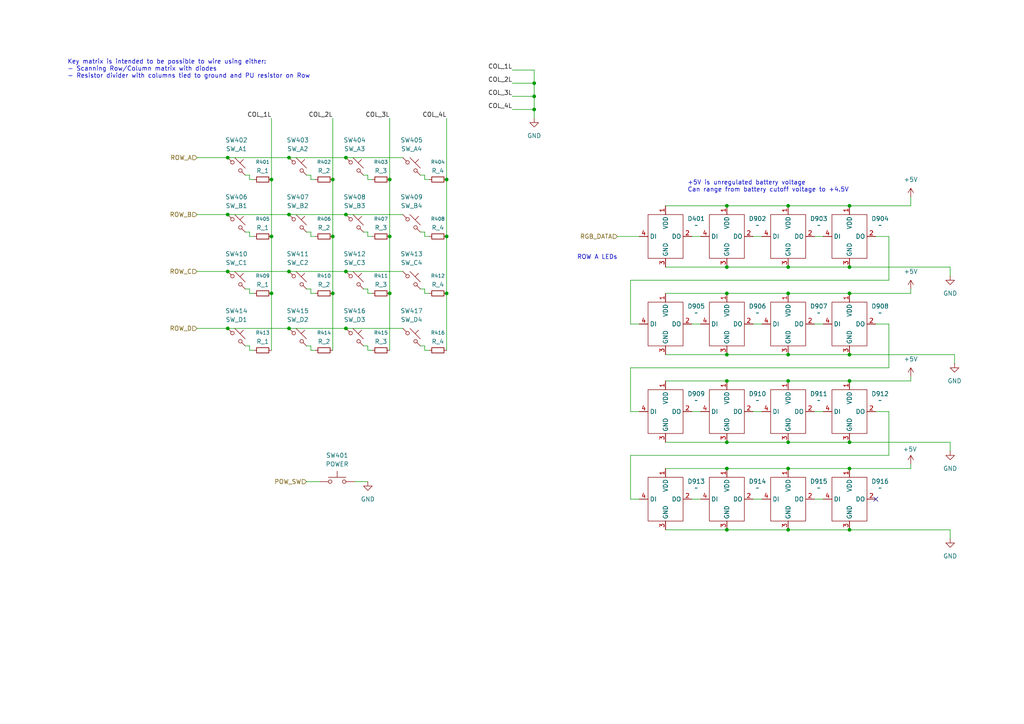
<source format=kicad_sch>
(kicad_sch (version 20250114) (generator "eeschema") (generator_version "9.0")
  (paper "A4")
  (lib_symbols
    (symbol "BVH_LED:WS2182-Common"
      (property "Reference" "D" (at 0 0 0))
      (symbol "WS2182-Common_0_1"
        (rectangle (start -5.08 6.35) (end 5.08 -6.35))
      )
      (symbol "WS2182-Common_1_1"
        (pin input line (at -7.62 0 0) (length 2.54) (name "DI") (number "4"))
        (pin power_in line (at 0 8.89 270) (length 2.54) (name "VDD") (number "1"))
        (pin power_in line (at 0 -8.89 90) (length 2.54) (name "GND") (number "3"))
        (pin output line (at 7.62 0 180) (length 2.54) (name "DO") (number "2"))
      )
    )
    (symbol "Device:R_Small" (pin_numbers (hide yes)) (pin_names (offset 0.254) (hide yes))
      (property "Reference" "R" (at 0 0 90))
      (property "Value" "R_Small" (at 1.778 0 90))
      (symbol "R_Small_0_1"
        (rectangle (start -0.762 1.778) (end 0.762 -1.778) (stroke (width 0.2032)))
      )
      (symbol "R_Small_1_1"
        (pin passive line (at 0 2.54 270) (length 0.762) (name "~") (number "1"))
        (pin passive line (at 0 -2.54 90) (length 0.762) (name "~") (number "2"))
      )
    )
    (symbol "Switch:SW_Push" (pin_numbers (hide yes)) (pin_names (offset 1.016) (hide yes))
      (property "Reference" "SW" (at 1.27 2.54 0))
      (property "Value" "SW_Push" (at 0 -1.524 0))
      (symbol "SW_Push_0_1"
        (circle (center -2.032 0) (radius 0.508))
        (polyline (pts (xy 0 1.27) (xy 0 3.048)))
        (circle (center 2.032 0) (radius 0.508))
        (polyline (pts (xy 2.54 1.27) (xy -2.54 1.27)))
        (pin passive line (at -5.08 0 0) (length 2.54) (name "1") (number "1"))
        (pin passive line (at 5.08 0 180) (length 2.54) (name "2") (number "2"))
      )
    )
    (symbol "Switch:SW_Push_45deg" (pin_numbers (hide yes)) (pin_names (offset 1.016) (hide yes))
      (property "Reference" "SW" (at 3.048 1.016 0))
      (property "Value" "SW_Push_45deg" (at 0 -3.81 0))
      (symbol "SW_Push_45deg_0_1"
        (polyline (pts (xy -2.54 2.54) (xy -1.524 1.524) (xy -1.524 1.524)))
        (circle (center -1.1684 1.1684) (radius 0.508))
        (polyline (pts (xy -0.508 2.54) (xy 2.54 -0.508)))
        (polyline (pts (xy 1.016 1.016) (xy 2.032 2.032)))
        (circle (center 1.143 -1.1938) (radius 0.508))
        (polyline (pts (xy 1.524 -1.524) (xy 2.54 -2.54) (xy 2.54 -2.54) (xy 2.54 -2.54)))
        (pin passive line (at -2.54 2.54 0) (length 0) (name "1") (number "1"))
        (pin passive line (at 2.54 -2.54 180) (length 0) (name "2") (number "2"))
      )
    )
    (symbol "power:+5V" (power) (pin_numbers (hide yes)) (pin_names (offset 0) (hide yes))
      (property "Value" "+5V" (at 0 3.556 0))
      (symbol "+5V_0_1"
        (polyline (pts (xy -0.762 1.27) (xy 0 2.54)))
        (polyline (pts (xy 0 2.54) (xy 0.762 1.27)))
        (polyline (pts (xy 0 0) (xy 0 2.54)))
      )
      (symbol "+5V_1_1"
        (pin power_in line (at 0 0 90) (length 0) (name "~") (number "1"))
      )
    )
    (symbol "power:GND" (power) (pin_numbers (hide yes)) (pin_names (offset 0) (hide yes))
      (property "Value" "GND" (at 0 -3.81 0))
      (symbol "GND_0_1"
        (polyline (pts (xy 0 0) (xy 0 -1.27) (xy 1.27 -1.27) (xy 0 -2.54) (xy -1.27 -1.27) (xy 0 -1.27)))
      )
      (symbol "GND_1_1"
        (pin power_in line (at 0 0 270) (length 0) (name "~") (number "1"))
      )
    )
  )
  (text "+5V is unregulated battery voltage\nCan range from battery cutoff voltage to +4.5V" (at 199.39 54.102 0) (effects (font (size 1.27 1.27)) (justify left)))
  (text "Key matrix is intended to be possible to wire using either:\n- Scanning Row/Column matrix with diodes\n- Resistor divider with columns tied to ground and PU resistor on Row\n" (at 19.558 20.066 0) (effects (font (size 1.27 1.27)) (justify left)))
  (text "ROW A LEDs" (at 173.228 74.676 0) (effects (font (size 1.27 1.27))))
  (junction (at 78.74 85.09))
  (junction (at 246.38 102.87))
  (junction (at 228.6 128.27))
  (junction (at 83.82 62.23))
  (junction (at 154.94 24.13))
  (junction (at 96.52 68.58))
  (junction (at 66.04 95.25))
  (junction (at 100.33 62.23))
  (junction (at 210.82 59.69))
  (junction (at 210.82 128.27))
  (junction (at 228.6 153.67))
  (junction (at 210.82 110.49))
  (junction (at 210.82 102.87))
  (junction (at 210.82 77.47))
  (junction (at 113.03 52.07))
  (junction (at 210.82 135.89))
  (junction (at 154.94 31.75))
  (junction (at 83.82 78.74))
  (junction (at 246.38 128.27))
  (junction (at 96.52 52.07))
  (junction (at 113.03 85.09))
  (junction (at 154.94 27.94))
  (junction (at 246.38 135.89))
  (junction (at 246.38 85.09))
  (junction (at 66.04 78.74))
  (junction (at 246.38 77.47))
  (junction (at 78.74 52.07))
  (junction (at 210.82 153.67))
  (junction (at 228.6 85.09))
  (junction (at 66.04 45.72))
  (junction (at 228.6 102.87))
  (junction (at 83.82 45.72))
  (junction (at 210.82 85.09))
  (junction (at 129.54 68.58))
  (junction (at 228.6 59.69))
  (junction (at 228.6 110.49))
  (junction (at 113.03 68.58))
  (junction (at 78.74 68.58))
  (junction (at 83.82 95.25))
  (junction (at 66.04 62.23))
  (junction (at 246.38 110.49))
  (junction (at 246.38 59.69))
  (junction (at 228.6 135.89))
  (junction (at 129.54 52.07))
  (junction (at 100.33 45.72))
  (junction (at 96.52 85.09))
  (junction (at 100.33 78.74))
  (junction (at 100.33 95.25))
  (junction (at 129.54 85.09))
  (junction (at 246.38 153.67))
  (junction (at 228.6 77.47))
  (no_connect (at 254 144.78))
  (wire (pts (xy 106.68 83.82) (xy 105.41 83.82)))
  (wire (pts (xy 90.17 100.33) (xy 88.9 100.33)))
  (wire (pts (xy 228.6 128.27) (xy 246.38 128.27)))
  (wire (pts (xy 257.81 119.38) (xy 254 119.38)))
  (wire (pts (xy 182.88 119.38) (xy 182.88 106.68)))
  (wire (pts (xy 106.68 50.8) (xy 105.41 50.8)))
  (wire (pts (xy 210.82 128.27) (xy 193.04 128.27)))
  (wire (pts (xy 193.04 135.89) (xy 210.82 135.89)))
  (wire (pts (xy 200.66 93.98) (xy 203.2 93.98)))
  (wire (pts (xy 228.6 135.89) (xy 246.38 135.89)))
  (wire (pts (xy 102.87 139.7) (xy 106.68 139.7)))
  (wire (pts (xy 218.44 68.58) (xy 220.98 68.58)))
  (wire (pts (xy 185.42 119.38) (xy 182.88 119.38)))
  (wire (pts (xy 129.54 68.58) (xy 129.54 85.09)))
  (wire (pts (xy 106.68 52.07) (xy 106.68 50.8)))
  (wire (pts (xy 246.38 77.47) (xy 228.6 77.47)))
  (wire (pts (xy 210.82 153.67) (xy 193.04 153.67)))
  (wire (pts (xy 236.22 144.78) (xy 238.76 144.78)))
  (wire (pts (xy 257.81 68.58) (xy 254 68.58)))
  (wire (pts (xy 72.39 50.8) (xy 71.12 50.8)))
  (wire (pts (xy 123.19 52.07) (xy 123.19 50.8)))
  (wire (pts (xy 113.03 68.58) (xy 113.03 85.09)))
  (wire (pts (xy 275.59 156.21) (xy 275.59 153.67)))
  (wire (pts (xy 129.54 85.09) (xy 129.54 101.6)))
  (wire (pts (xy 276.86 105.41) (xy 276.86 102.87)))
  (wire (pts (xy 193.04 85.09) (xy 210.82 85.09)))
  (wire (pts (xy 78.74 85.09) (xy 78.74 101.6)))
  (wire (pts (xy 123.19 68.58) (xy 123.19 67.31)))
  (wire (pts (xy 228.6 128.27) (xy 210.82 128.27)))
  (wire (pts (xy 275.59 77.47) (xy 246.38 77.47)))
  (wire (pts (xy 106.68 85.09) (xy 107.95 85.09)))
  (wire (pts (xy 264.16 134.62) (xy 264.16 135.89)))
  (wire (pts (xy 106.68 100.33) (xy 105.41 100.33)))
  (wire (pts (xy 246.38 110.49) (xy 264.16 110.49)))
  (wire (pts (xy 123.19 101.6) (xy 123.19 100.33)))
  (wire (pts (xy 123.19 50.8) (xy 121.92 50.8)))
  (wire (pts (xy 72.39 101.6) (xy 72.39 100.33)))
  (wire (pts (xy 246.38 102.87) (xy 228.6 102.87)))
  (wire (pts (xy 123.19 52.07) (xy 124.46 52.07)))
  (wire (pts (xy 123.19 68.58) (xy 124.46 68.58)))
  (wire (pts (xy 90.17 83.82) (xy 88.9 83.82)))
  (wire (pts (xy 113.03 85.09) (xy 113.03 101.6)))
  (wire (pts (xy 96.52 85.09) (xy 96.52 101.6)))
  (wire (pts (xy 210.82 102.87) (xy 193.04 102.87)))
  (wire (pts (xy 210.82 59.69) (xy 193.04 59.69)))
  (wire (pts (xy 148.59 24.13) (xy 154.94 24.13)))
  (wire (pts (xy 264.16 59.69) (xy 246.38 59.69)))
  (wire (pts (xy 106.68 68.58) (xy 106.68 67.31)))
  (wire (pts (xy 228.6 110.49) (xy 246.38 110.49)))
  (wire (pts (xy 96.52 52.07) (xy 96.52 68.58)))
  (wire (pts (xy 228.6 77.47) (xy 210.82 77.47)))
  (wire (pts (xy 83.82 62.23) (xy 100.33 62.23)))
  (wire (pts (xy 210.82 110.49) (xy 228.6 110.49)))
  (wire (pts (xy 78.74 68.58) (xy 78.74 85.09)))
  (wire (pts (xy 106.68 67.31) (xy 105.41 67.31)))
  (wire (pts (xy 228.6 153.67) (xy 210.82 153.67)))
  (wire (pts (xy 57.15 62.23) (xy 66.04 62.23)))
  (wire (pts (xy 113.03 34.29) (xy 113.03 52.07)))
  (wire (pts (xy 210.82 85.09) (xy 228.6 85.09)))
  (wire (pts (xy 72.39 52.07) (xy 72.39 50.8)))
  (wire (pts (xy 182.88 144.78) (xy 182.88 132.08)))
  (wire (pts (xy 257.81 81.28) (xy 257.81 68.58)))
  (wire (pts (xy 154.94 24.13) (xy 154.94 20.32)))
  (wire (pts (xy 154.94 31.75) (xy 154.94 27.94)))
  (wire (pts (xy 113.03 52.07) (xy 113.03 68.58)))
  (wire (pts (xy 275.59 130.81) (xy 275.59 128.27)))
  (wire (pts (xy 129.54 34.29) (xy 129.54 52.07)))
  (wire (pts (xy 100.33 78.74) (xy 116.84 78.74)))
  (wire (pts (xy 193.04 110.49) (xy 210.82 110.49)))
  (wire (pts (xy 72.39 68.58) (xy 72.39 67.31)))
  (wire (pts (xy 200.66 68.58) (xy 203.2 68.58)))
  (wire (pts (xy 72.39 68.58) (xy 73.66 68.58)))
  (wire (pts (xy 228.6 102.87) (xy 210.82 102.87)))
  (wire (pts (xy 90.17 50.8) (xy 88.9 50.8)))
  (wire (pts (xy 185.42 144.78) (xy 182.88 144.78)))
  (wire (pts (xy 218.44 119.38) (xy 220.98 119.38)))
  (wire (pts (xy 123.19 85.09) (xy 124.46 85.09)))
  (wire (pts (xy 275.59 80.01) (xy 275.59 77.47)))
  (wire (pts (xy 182.88 132.08) (xy 257.81 132.08)))
  (wire (pts (xy 264.16 83.82) (xy 264.16 85.09)))
  (wire (pts (xy 106.68 52.07) (xy 107.95 52.07)))
  (wire (pts (xy 90.17 85.09) (xy 90.17 83.82)))
  (wire (pts (xy 200.66 144.78) (xy 203.2 144.78)))
  (wire (pts (xy 100.33 45.72) (xy 116.84 45.72)))
  (wire (pts (xy 90.17 52.07) (xy 90.17 50.8)))
  (wire (pts (xy 257.81 106.68) (xy 257.81 93.98)))
  (wire (pts (xy 106.68 68.58) (xy 107.95 68.58)))
  (wire (pts (xy 90.17 101.6) (xy 90.17 100.33)))
  (wire (pts (xy 200.66 119.38) (xy 203.2 119.38)))
  (wire (pts (xy 182.88 81.28) (xy 257.81 81.28)))
  (wire (pts (xy 90.17 67.31) (xy 88.9 67.31)))
  (wire (pts (xy 78.74 34.29) (xy 78.74 52.07)))
  (wire (pts (xy 90.17 68.58) (xy 90.17 67.31)))
  (wire (pts (xy 148.59 27.94) (xy 154.94 27.94)))
  (wire (pts (xy 83.82 45.72) (xy 100.33 45.72)))
  (wire (pts (xy 72.39 83.82) (xy 71.12 83.82)))
  (wire (pts (xy 83.82 78.74) (xy 100.33 78.74)))
  (wire (pts (xy 154.94 34.29) (xy 154.94 31.75)))
  (wire (pts (xy 257.81 132.08) (xy 257.81 119.38)))
  (wire (pts (xy 275.59 153.67) (xy 246.38 153.67)))
  (wire (pts (xy 106.68 101.6) (xy 107.95 101.6)))
  (wire (pts (xy 129.54 52.07) (xy 129.54 68.58)))
  (wire (pts (xy 182.88 106.68) (xy 257.81 106.68)))
  (wire (pts (xy 66.04 45.72) (xy 83.82 45.72)))
  (wire (pts (xy 106.68 85.09) (xy 106.68 83.82)))
  (wire (pts (xy 123.19 100.33) (xy 121.92 100.33)))
  (wire (pts (xy 236.22 68.58) (xy 238.76 68.58)))
  (wire (pts (xy 78.74 52.07) (xy 78.74 68.58)))
  (wire (pts (xy 182.88 93.98) (xy 182.88 81.28)))
  (wire (pts (xy 246.38 153.67) (xy 228.6 153.67)))
  (wire (pts (xy 179.07 68.58) (xy 185.42 68.58)))
  (wire (pts (xy 66.04 62.23) (xy 83.82 62.23)))
  (wire (pts (xy 83.82 95.25) (xy 100.33 95.25)))
  (wire (pts (xy 210.82 77.47) (xy 193.04 77.47)))
  (wire (pts (xy 154.94 20.32) (xy 148.59 20.32)))
  (wire (pts (xy 72.39 52.07) (xy 73.66 52.07)))
  (wire (pts (xy 264.16 57.15) (xy 264.16 59.69)))
  (wire (pts (xy 123.19 85.09) (xy 123.19 83.82)))
  (wire (pts (xy 246.38 59.69) (xy 228.6 59.69)))
  (wire (pts (xy 90.17 85.09) (xy 91.44 85.09)))
  (wire (pts (xy 228.6 59.69) (xy 210.82 59.69)))
  (wire (pts (xy 246.38 135.89) (xy 264.16 135.89)))
  (wire (pts (xy 72.39 67.31) (xy 71.12 67.31)))
  (wire (pts (xy 276.86 102.87) (xy 246.38 102.87)))
  (wire (pts (xy 228.6 85.09) (xy 246.38 85.09)))
  (wire (pts (xy 106.68 101.6) (xy 106.68 100.33)))
  (wire (pts (xy 100.33 95.25) (xy 116.84 95.25)))
  (wire (pts (xy 90.17 101.6) (xy 91.44 101.6)))
  (wire (pts (xy 123.19 83.82) (xy 121.92 83.82)))
  (wire (pts (xy 236.22 93.98) (xy 238.76 93.98)))
  (wire (pts (xy 148.59 31.75) (xy 154.94 31.75)))
  (wire (pts (xy 72.39 85.09) (xy 73.66 85.09)))
  (wire (pts (xy 66.04 95.25) (xy 83.82 95.25)))
  (wire (pts (xy 100.33 62.23) (xy 116.84 62.23)))
  (wire (pts (xy 246.38 128.27) (xy 275.59 128.27)))
  (wire (pts (xy 185.42 93.98) (xy 182.88 93.98)))
  (wire (pts (xy 257.81 93.98) (xy 254 93.98)))
  (wire (pts (xy 90.17 68.58) (xy 91.44 68.58)))
  (wire (pts (xy 246.38 85.09) (xy 264.16 85.09)))
  (wire (pts (xy 123.19 101.6) (xy 124.46 101.6)))
  (wire (pts (xy 123.19 67.31) (xy 121.92 67.31)))
  (wire (pts (xy 72.39 101.6) (xy 73.66 101.6)))
  (wire (pts (xy 57.15 95.25) (xy 66.04 95.25)))
  (wire (pts (xy 88.9 139.7) (xy 92.71 139.7)))
  (wire (pts (xy 96.52 68.58) (xy 96.52 85.09)))
  (wire (pts (xy 218.44 144.78) (xy 220.98 144.78)))
  (wire (pts (xy 154.94 27.94) (xy 154.94 24.13)))
  (wire (pts (xy 218.44 93.98) (xy 220.98 93.98)))
  (wire (pts (xy 236.22 119.38) (xy 238.76 119.38)))
  (wire (pts (xy 57.15 78.74) (xy 66.04 78.74)))
  (wire (pts (xy 72.39 85.09) (xy 72.39 83.82)))
  (wire (pts (xy 96.52 34.29) (xy 96.52 52.07)))
  (wire (pts (xy 57.15 45.72) (xy 66.04 45.72)))
  (wire (pts (xy 90.17 52.07) (xy 91.44 52.07)))
  (wire (pts (xy 66.04 78.74) (xy 83.82 78.74)))
  (wire (pts (xy 264.16 109.22) (xy 264.16 110.49)))
  (wire (pts (xy 72.39 100.33) (xy 71.12 100.33)))
  (wire (pts (xy 210.82 135.89) (xy 228.6 135.89)))
  (label "COL_3L" (at 148.59 27.94 180))
  (label "COL_1L" (at 148.59 20.32 180))
  (label "COL_3L" (at 113.03 34.29 180))
  (label "COL_4L" (at 148.59 31.75 180))
  (label "COL_2L" (at 148.59 24.13 180))
  (label "COL_1L" (at 78.74 34.29 180))
  (label "COL_2L" (at 96.52 34.29 180))
  (label "COL_4L" (at 129.54 34.29 180))
  (hierarchical_label "ROW_A" (shape input) (at 57.15 45.72 180))
  (hierarchical_label "ROW_C" (shape input) (at 57.15 78.74 180))
  (hierarchical_label "ROW_D" (shape input) (at 57.15 95.25 180))
  (hierarchical_label "ROW_B" (shape input) (at 57.15 62.23 180))
  (hierarchical_label "RGB_DATA" (shape input) (at 179.07 68.58 180))
  (hierarchical_label "POW_SW" (shape input) (at 88.9 139.7 180))
  (symbol (lib_id "Device:R_Small") (at 93.98 68.58 90) (unit 1)
    (property "Reference" "R906" (at 93.98 63.5 90) (effects (font (size 1.016 1.016))))
    (property "Value" "R_2" (at 93.98 66.04 90))
    (property "Footprint" "Resistor_SMD:R_0603_1608Metric" (effects (hide yes)))
    (property "Description" "Resistor, small symbol" (effects (hide yes)))
    (instances (project "hmi_board" (path "" (reference "R406") (unit 1))) (project "hmi_board" (path "" (reference "R906") (unit 1))))
  )
  (symbol (lib_id "BVH_LED:WS2182-Common") (at 210.82 144.78 0) (unit 1)
    (property "Reference" "D914" (at 219.71 139.6298 0))
    (property "Value" "~" (at 219.71 141.5349 0))
    (property "Footprint" "BVH_LED:SK6812Mini-E_Front" (effects (hide yes)))
  )
  (symbol (lib_id "Switch:SW_Push_45deg") (at 119.38 97.79 0) (unit 1)
    (property "Reference" "SW916" (at 119.38 90.17 0))
    (property "Value" "SW_D4" (at 119.38 92.71 0))
    (property "Footprint" "BVH_Switches:TacButton_6mm_6mm" (effects (hide yes)))
    (property "Description" "Push button switch, normally open, two pins, 45° tilted" (effects (hide yes)))
    (instances (project "hmi_board" (path "" (reference "SW417") (unit 1))) (project "hmi_board" (path "" (reference "SW916") (unit 1))))
  )
  (symbol (lib_id "Switch:SW_Push_45deg") (at 68.58 81.28 0) (unit 1)
    (property "Reference" "SW909" (at 68.58 73.66 0))
    (property "Value" "SW_C1" (at 68.58 76.2 0))
    (property "Footprint" "BVH_Switches:TacButton_6mm_6mm" (effects (hide yes)))
    (property "Description" "Push button switch, normally open, two pins, 45° tilted" (effects (hide yes)))
    (instances (project "hmi_board" (path "" (reference "SW410") (unit 1))) (project "hmi_board" (path "" (reference "SW909") (unit 1))))
  )
  (symbol (lib_id "power:+5V") (at 264.16 134.62 0) (unit 1)
    (property "Reference" "#PWR0908" (effects (hide yes)))
    (property "Value" "+5V" (at 263.906 130.302 0))
    (property "Description" "Power symbol creates a global label with name \"+5V\"" (effects (hide yes)))
  )
  (symbol (lib_id "power:GND") (at 275.59 80.01 0) (unit 1)
    (property "Reference" "#PWR0903" (effects (hide yes)))
    (property "Value" "GND" (at 275.59 85.09 0))
    (property "Description" "Power symbol creates a global label with name \"GND\" , ground" (effects (hide yes)))
    (instances (project "hmi_board" (path "" (reference "#PWR0404") (unit 1))) (project "hmi_board" (path "" (reference "#PWR0903") (unit 1))))
  )
  (symbol (lib_id "power:+5V") (at 264.16 109.22 0) (unit 1)
    (property "Reference" "#PWR0906" (effects (hide yes)))
    (property "Value" "+5V" (at 264.16 104.14 0))
    (property "Description" "Power symbol creates a global label with name \"+5V\"" (effects (hide yes)))
  )
  (symbol (lib_id "BVH_LED:WS2182-Common") (at 193.04 144.78 0) (unit 1)
    (property "Reference" "D913" (at 201.93 139.6298 0))
    (property "Value" "~" (at 201.93 141.5349 0))
    (property "Footprint" "BVH_LED:SK6812Mini-E_Front" (effects (hide yes)))
  )
  (symbol (lib_id "BVH_LED:WS2182-Common") (at 246.38 68.58 0) (unit 1)
    (property "Reference" "D904" (at 255.27 63.4298 0))
    (property "Value" "~" (at 255.27 65.3349 0))
    (property "Footprint" "BVH_LED:SK6812Mini-E_Front" (effects (hide yes)))
  )
  (symbol (lib_id "BVH_LED:WS2182-Common") (at 193.04 119.38 0) (unit 1)
    (property "Reference" "D909" (at 201.93 114.2298 0))
    (property "Value" "~" (at 201.93 116.1349 0))
    (property "Footprint" "BVH_LED:SK6812Mini-E_Front" (effects (hide yes)))
  )
  (symbol (lib_id "BVH_LED:WS2182-Common") (at 228.6 68.58 0) (unit 1)
    (property "Reference" "D903" (at 237.49 63.4298 0))
    (property "Value" "~" (at 237.49 65.3349 0))
    (property "Footprint" "BVH_LED:SK6812Mini-E_Front" (effects (hide yes)))
  )
  (symbol (lib_id "Switch:SW_Push_45deg") (at 119.38 81.28 0) (unit 1)
    (property "Reference" "SW912" (at 119.38 73.66 0))
    (property "Value" "SW_C4" (at 119.38 76.2 0))
    (property "Footprint" "BVH_Switches:TacButton_6mm_6mm" (effects (hide yes)))
    (property "Description" "Push button switch, normally open, two pins, 45° tilted" (effects (hide yes)))
    (instances (project "hmi_board" (path "" (reference "SW413") (unit 1))) (project "hmi_board" (path "" (reference "SW912") (unit 1))))
  )
  (symbol (lib_id "Device:R_Small") (at 110.49 52.07 90) (unit 1)
    (property "Reference" "R903" (at 110.49 46.99 90) (effects (font (size 1.016 1.016))))
    (property "Value" "R_3" (at 110.49 49.53 90))
    (property "Footprint" "Resistor_SMD:R_0603_1608Metric" (effects (hide yes)))
    (property "Description" "Resistor, small symbol" (effects (hide yes)))
    (instances (project "hmi_board" (path "" (reference "R403") (unit 1))) (project "hmi_board" (path "" (reference "R903") (unit 1))))
  )
  (symbol (lib_id "BVH_LED:WS2182-Common") (at 246.38 119.38 0) (unit 1)
    (property "Reference" "D912" (at 255.27 114.2298 0))
    (property "Value" "~" (at 255.27 116.1349 0))
    (property "Footprint" "BVH_LED:SK6812Mini-E_Front" (effects (hide yes)))
  )
  (symbol (lib_id "Switch:SW_Push_45deg") (at 68.58 48.26 0) (unit 1)
    (property "Reference" "SW901" (at 68.58 40.64 0))
    (property "Value" "SW_A1" (at 68.58 43.18 0))
    (property "Footprint" "BVH_Switches:TacButton_6mm_6mm" (effects (hide yes)))
    (property "Description" "Push button switch, normally open, two pins, 45° tilted" (effects (hide yes)))
    (instances (project "" (path "" (reference "SW402") (unit 1))) (project "" (path "" (reference "SW901") (unit 1))))
  )
  (symbol (lib_id "BVH_LED:WS2182-Common") (at 210.82 119.38 0) (unit 1)
    (property "Reference" "D910" (at 219.71 114.2298 0))
    (property "Value" "~" (at 219.71 116.1349 0))
    (property "Footprint" "BVH_LED:SK6812Mini-E_Front" (effects (hide yes)))
  )
  (symbol (lib_id "BVH_LED:WS2182-Common") (at 228.6 93.98 0) (unit 1)
    (property "Reference" "D907" (at 237.49 88.8298 0))
    (property "Value" "~" (at 237.49 90.7349 0))
    (property "Footprint" "BVH_LED:SK6812Mini-E_Front" (effects (hide yes)))
  )
  (symbol (lib_id "Device:R_Small") (at 76.2 85.09 90) (unit 1)
    (property "Reference" "R909" (at 76.2 80.01 90) (effects (font (size 1.016 1.016))))
    (property "Value" "R_1" (at 76.2 82.55 90))
    (property "Footprint" "Resistor_SMD:R_0603_1608Metric" (effects (hide yes)))
    (property "Description" "Resistor, small symbol" (effects (hide yes)))
    (instances (project "hmi_board" (path "" (reference "R409") (unit 1))) (project "hmi_board" (path "" (reference "R909") (unit 1))))
  )
  (symbol (lib_id "Device:R_Small") (at 127 52.07 90) (unit 1)
    (property "Reference" "R904" (at 127 46.99 90) (effects (font (size 1.016 1.016))))
    (property "Value" "R_4" (at 127 49.53 90))
    (property "Footprint" "Resistor_SMD:R_0603_1608Metric" (effects (hide yes)))
    (property "Description" "Resistor, small symbol" (effects (hide yes)))
    (instances (project "hmi_board" (path "" (reference "R404") (unit 1))) (project "hmi_board" (path "" (reference "R904") (unit 1))))
  )
  (symbol (lib_id "Device:R_Small") (at 76.2 68.58 90) (unit 1)
    (property "Reference" "R905" (at 76.2 63.5 90) (effects (font (size 1.016 1.016))))
    (property "Value" "R_1" (at 76.2 66.04 90))
    (property "Footprint" "Resistor_SMD:R_0603_1608Metric" (effects (hide yes)))
    (property "Description" "Resistor, small symbol" (effects (hide yes)))
    (instances (project "hmi_board" (path "" (reference "R405") (unit 1))) (project "hmi_board" (path "" (reference "R905") (unit 1))))
  )
  (symbol (lib_id "Switch:SW_Push_45deg") (at 102.87 81.28 0) (unit 1)
    (property "Reference" "SW911" (at 102.87 73.66 0))
    (property "Value" "SW_C3" (at 102.87 76.2 0))
    (property "Footprint" "BVH_Switches:TacButton_6mm_6mm" (effects (hide yes)))
    (property "Description" "Push button switch, normally open, two pins, 45° tilted" (effects (hide yes)))
    (instances (project "hmi_board" (path "" (reference "SW412") (unit 1))) (project "hmi_board" (path "" (reference "SW911") (unit 1))))
  )
  (symbol (lib_id "Device:R_Small") (at 110.49 85.09 90) (unit 1)
    (property "Reference" "R911" (at 110.49 80.01 90) (effects (font (size 1.016 1.016))))
    (property "Value" "R_3" (at 110.49 82.55 90))
    (property "Footprint" "Resistor_SMD:R_0603_1608Metric" (effects (hide yes)))
    (property "Description" "Resistor, small symbol" (effects (hide yes)))
    (instances (project "hmi_board" (path "" (reference "R411") (unit 1))) (project "hmi_board" (path "" (reference "R911") (unit 1))))
  )
  (symbol (lib_id "Device:R_Small") (at 93.98 52.07 90) (unit 1)
    (property "Reference" "R902" (at 93.98 46.99 90) (effects (font (size 1.016 1.016))))
    (property "Value" "R_2" (at 93.98 49.53 90))
    (property "Footprint" "Resistor_SMD:R_0603_1608Metric" (effects (hide yes)))
    (property "Description" "Resistor, small symbol" (effects (hide yes)))
    (instances (project "hmi_board" (path "" (reference "R402") (unit 1))) (project "hmi_board" (path "" (reference "R902") (unit 1))))
  )
  (symbol (lib_id "power:+5V") (at 264.16 57.15 0) (unit 1)
    (property "Reference" "#PWR0902" (effects (hide yes)))
    (property "Value" "+5V" (at 264.16 52.07 0))
    (property "Description" "Power symbol creates a global label with name \"+5V\"" (effects (hide yes)))
    (instances (project "" (path "" (reference "#PWR0403") (unit 1))) (project "" (path "" (reference "#PWR0902") (unit 1))))
  )
  (symbol (lib_id "power:GND") (at 276.86 105.41 0) (unit 1)
    (property "Reference" "#PWR0905" (effects (hide yes)))
    (property "Value" "GND" (at 276.86 110.49 0))
    (property "Description" "Power symbol creates a global label with name \"GND\" , ground" (effects (hide yes)))
  )
  (symbol (lib_id "BVH_LED:WS2182-Common") (at 210.82 68.58 0) (unit 1)
    (property "Reference" "D902" (at 219.71 63.4298 0))
    (property "Value" "~" (at 219.71 65.3349 0))
    (property "Footprint" "BVH_LED:SK6812Mini-E_Front" (effects (hide yes)))
  )
  (symbol (lib_id "Device:R_Small") (at 76.2 52.07 90) (unit 1)
    (property "Reference" "R901" (at 76.2 46.99 90) (effects (font (size 1.016 1.016))))
    (property "Value" "R_1" (at 76.2 49.53 90))
    (property "Footprint" "Resistor_SMD:R_0603_1608Metric" (effects (hide yes)))
    (property "Description" "Resistor, small symbol" (effects (hide yes)))
    (instances (project "" (path "" (reference "R401") (unit 1))) (project "" (path "" (reference "R901") (unit 1))))
  )
  (symbol (lib_id "Device:R_Small") (at 76.2 101.6 90) (unit 1)
    (property "Reference" "R913" (at 76.2 96.52 90) (effects (font (size 1.016 1.016))))
    (property "Value" "R_1" (at 76.2 99.06 90))
    (property "Footprint" "Resistor_SMD:R_0603_1608Metric" (effects (hide yes)))
    (property "Description" "Resistor, small symbol" (effects (hide yes)))
    (instances (project "hmi_board" (path "" (reference "R413") (unit 1))) (project "hmi_board" (path "" (reference "R913") (unit 1))))
  )
  (symbol (lib_id "Switch:SW_Push_45deg") (at 68.58 64.77 0) (unit 1)
    (property "Reference" "SW905" (at 68.58 57.15 0))
    (property "Value" "SW_B1" (at 68.58 59.69 0))
    (property "Footprint" "BVH_Switches:TacButton_6mm_6mm" (effects (hide yes)))
    (property "Description" "Push button switch, normally open, two pins, 45° tilted" (effects (hide yes)))
    (instances (project "hmi_board" (path "" (reference "SW406") (unit 1))) (project "hmi_board" (path "" (reference "SW905") (unit 1))))
  )
  (symbol (lib_id "Device:R_Small") (at 127 68.58 90) (unit 1)
    (property "Reference" "R908" (at 127 63.5 90) (effects (font (size 1.016 1.016))))
    (property "Value" "R_4" (at 127 66.04 90))
    (property "Footprint" "Resistor_SMD:R_0603_1608Metric" (effects (hide yes)))
    (property "Description" "Resistor, small symbol" (effects (hide yes)))
    (instances (project "hmi_board" (path "" (reference "R408") (unit 1))) (project "hmi_board" (path "" (reference "R908") (unit 1))))
  )
  (symbol (lib_id "BVH_LED:WS2182-Common") (at 246.38 144.78 0) (unit 1)
    (property "Reference" "D916" (at 255.27 139.6298 0))
    (property "Value" "~" (at 255.27 141.5349 0))
    (property "Footprint" "BVH_LED:SK6812Mini-E_Front" (effects (hide yes)))
  )
  (symbol (lib_id "BVH_LED:WS2182-Common") (at 228.6 119.38 0) (unit 1)
    (property "Reference" "D911" (at 237.49 114.2298 0))
    (property "Value" "~" (at 237.49 116.1349 0))
    (property "Footprint" "BVH_LED:SK6812Mini-E_Front" (effects (hide yes)))
  )
  (symbol (lib_id "Switch:SW_Push_45deg") (at 102.87 48.26 0) (unit 1)
    (property "Reference" "SW903" (at 102.87 40.64 0))
    (property "Value" "SW_A3" (at 102.87 43.18 0))
    (property "Footprint" "BVH_Switches:TacButton_6mm_6mm" (effects (hide yes)))
    (property "Description" "Push button switch, normally open, two pins, 45° tilted" (effects (hide yes)))
    (instances (project "hmi_board" (path "" (reference "SW404") (unit 1))) (project "hmi_board" (path "" (reference "SW903") (unit 1))))
  )
  (symbol (lib_id "Switch:SW_Push_45deg") (at 86.36 64.77 0) (unit 1)
    (property "Reference" "SW906" (at 86.36 57.15 0))
    (property "Value" "SW_B2" (at 86.36 59.69 0))
    (property "Footprint" "BVH_Switches:TacButton_6mm_6mm" (effects (hide yes)))
    (property "Description" "Push button switch, normally open, two pins, 45° tilted" (effects (hide yes)))
    (instances (project "hmi_board" (path "" (reference "SW407") (unit 1))) (project "hmi_board" (path "" (reference "SW906") (unit 1))))
  )
  (symbol (lib_id "Device:R_Small") (at 93.98 101.6 90) (unit 1)
    (property "Reference" "R914" (at 93.98 96.52 90) (effects (font (size 1.016 1.016))))
    (property "Value" "R_2" (at 93.98 99.06 90))
    (property "Footprint" "Resistor_SMD:R_0603_1608Metric" (effects (hide yes)))
    (property "Description" "Resistor, small symbol" (effects (hide yes)))
    (instances (project "hmi_board" (path "" (reference "R414") (unit 1))) (project "hmi_board" (path "" (reference "R914") (unit 1))))
  )
  (symbol (lib_id "Device:R_Small") (at 127 101.6 90) (unit 1)
    (property "Reference" "R916" (at 127 96.52 90) (effects (font (size 1.016 1.016))))
    (property "Value" "R_4" (at 127 99.06 90))
    (property "Footprint" "Resistor_SMD:R_0603_1608Metric" (effects (hide yes)))
    (property "Description" "Resistor, small symbol" (effects (hide yes)))
    (instances (project "hmi_board" (path "" (reference "R416") (unit 1))) (project "hmi_board" (path "" (reference "R916") (unit 1))))
  )
  (symbol (lib_id "BVH_LED:WS2182-Common") (at 193.04 93.98 0) (unit 1)
    (property "Reference" "D905" (at 201.93 88.8298 0))
    (property "Value" "~" (at 201.93 90.7349 0))
    (property "Footprint" "BVH_LED:SK6812Mini-E_Front" (effects (hide yes)))
  )
  (symbol (lib_id "BVH_LED:WS2182-Common") (at 246.38 93.98 0) (unit 1)
    (property "Reference" "D908" (at 255.27 88.8298 0))
    (property "Value" "~" (at 255.27 90.7349 0))
    (property "Footprint" "BVH_LED:SK6812Mini-E_Front" (effects (hide yes)))
  )
  (symbol (lib_id "BVH_LED:WS2182-Common") (at 210.82 93.98 0) (unit 1)
    (property "Reference" "D906" (at 219.71 88.8298 0))
    (property "Value" "~" (at 219.71 90.7349 0))
    (property "Footprint" "BVH_LED:SK6812Mini-E_Front" (effects (hide yes)))
  )
  (symbol (lib_id "Device:R_Small") (at 127 85.09 90) (unit 1)
    (property "Reference" "R912" (at 127 80.01 90) (effects (font (size 1.016 1.016))))
    (property "Value" "R_4" (at 127 82.55 90))
    (property "Footprint" "Resistor_SMD:R_0603_1608Metric" (effects (hide yes)))
    (property "Description" "Resistor, small symbol" (effects (hide yes)))
    (instances (project "hmi_board" (path "" (reference "R412") (unit 1))) (project "hmi_board" (path "" (reference "R912") (unit 1))))
  )
  (symbol (lib_id "BVH_LED:WS2182-Common") (at 193.04 68.58 0) (unit 1)
    (property "Reference" "D901" (at 201.93 63.4298 0))
    (property "Value" "~" (at 201.93 65.3349 0))
    (property "Footprint" "BVH_LED:SK6812Mini-E_Front" (effects (hide yes)))
    (instances (project "" (path "" (reference "D401") (unit 1))) (project "" (path "" (reference "D901") (unit 1))))
  )
  (symbol (lib_id "Switch:SW_Push_45deg") (at 86.36 48.26 0) (unit 1)
    (property "Reference" "SW902" (at 86.36 40.64 0))
    (property "Value" "SW_A2" (at 86.36 43.18 0))
    (property "Footprint" "BVH_Switches:TacButton_6mm_6mm" (effects (hide yes)))
    (property "Description" "Push button switch, normally open, two pins, 45° tilted" (effects (hide yes)))
    (instances (project "hmi_board" (path "" (reference "SW403") (unit 1))) (project "hmi_board" (path "" (reference "SW902") (unit 1))))
  )
  (symbol (lib_id "Switch:SW_Push") (at 97.79 139.7 0) (unit 1)
    (property "Reference" "SW917" (at 97.79 132.08 0))
    (property "Value" "POWER" (at 97.79 134.62 0))
    (property "Footprint" "BVH_Switches:Tac_SPST_RightAngle_SideActuated_THT" (effects (hide yes)))
    (property "Description" "Push button switch, generic, two pins" (effects (hide yes)))
    (instances (project "" (path "" (reference "SW401") (unit 1))) (project "" (path "" (reference "SW917") (unit 1))))
  )
  (symbol (lib_id "power:GND") (at 106.68 139.7 0) (unit 1)
    (property "Reference" "#PWR0909" (effects (hide yes)))
    (property "Value" "GND" (at 106.68 144.78 0))
    (property "Description" "Power symbol creates a global label with name \"GND\" , ground" (effects (hide yes)))
    (instances (project "" (path "" (reference "#PWR0401") (unit 1))) (project "" (path "" (reference "#PWR0909") (unit 1))))
  )
  (symbol (lib_id "BVH_LED:WS2182-Common") (at 228.6 144.78 0) (unit 1)
    (property "Reference" "D915" (at 237.49 139.6298 0))
    (property "Value" "~" (at 237.49 141.5349 0))
    (property "Footprint" "BVH_LED:SK6812Mini-E_Front" (effects (hide yes)))
  )
  (symbol (lib_id "power:GND") (at 154.94 34.29 0) (unit 1)
    (property "Reference" "#PWR0901" (effects (hide yes)))
    (property "Value" "GND" (at 154.94 39.37 0))
    (property "Description" "Power symbol creates a global label with name \"GND\" , ground" (effects (hide yes)))
    (instances (project "hmi_board" (path "" (reference "#PWR0402") (unit 1))) (project "hmi_board" (path "" (reference "#PWR0901") (unit 1))))
  )
  (symbol (lib_id "Device:R_Small") (at 93.98 85.09 90) (unit 1)
    (property "Reference" "R910" (at 93.98 80.01 90) (effects (font (size 1.016 1.016))))
    (property "Value" "R_2" (at 93.98 82.55 90))
    (property "Footprint" "Resistor_SMD:R_0603_1608Metric" (effects (hide yes)))
    (property "Description" "Resistor, small symbol" (effects (hide yes)))
    (instances (project "hmi_board" (path "" (reference "R410") (unit 1))) (project "hmi_board" (path "" (reference "R910") (unit 1))))
  )
  (symbol (lib_id "Switch:SW_Push_45deg") (at 86.36 81.28 0) (unit 1)
    (property "Reference" "SW910" (at 86.36 73.66 0))
    (property "Value" "SW_C2" (at 86.36 76.2 0))
    (property "Footprint" "BVH_Switches:TacButton_6mm_6mm" (effects (hide yes)))
    (property "Description" "Push button switch, normally open, two pins, 45° tilted" (effects (hide yes)))
    (instances (project "hmi_board" (path "" (reference "SW411") (unit 1))) (project "hmi_board" (path "" (reference "SW910") (unit 1))))
  )
  (symbol (lib_id "Switch:SW_Push_45deg") (at 86.36 97.79 0) (unit 1)
    (property "Reference" "SW914" (at 86.36 90.17 0))
    (property "Value" "SW_D2" (at 86.36 92.71 0))
    (property "Footprint" "BVH_Switches:TacButton_6mm_6mm" (effects (hide yes)))
    (property "Description" "Push button switch, normally open, two pins, 45° tilted" (effects (hide yes)))
    (instances (project "hmi_board" (path "" (reference "SW415") (unit 1))) (project "hmi_board" (path "" (reference "SW914") (unit 1))))
  )
  (symbol (lib_id "Switch:SW_Push_45deg") (at 102.87 97.79 0) (unit 1)
    (property "Reference" "SW915" (at 102.87 90.17 0))
    (property "Value" "SW_D3" (at 102.87 92.71 0))
    (property "Footprint" "BVH_Switches:TacButton_6mm_6mm" (effects (hide yes)))
    (property "Description" "Push button switch, normally open, two pins, 45° tilted" (effects (hide yes)))
    (instances (project "hmi_board" (path "" (reference "SW416") (unit 1))) (project "hmi_board" (path "" (reference "SW915") (unit 1))))
  )
  (symbol (lib_id "power:GND") (at 275.59 156.21 0) (unit 1)
    (property "Reference" "#PWR0910" (effects (hide yes)))
    (property "Value" "GND" (at 275.59 161.29 0))
    (property "Description" "Power symbol creates a global label with name \"GND\" , ground" (effects (hide yes)))
  )
  (symbol (lib_id "Switch:SW_Push_45deg") (at 119.38 64.77 0) (unit 1)
    (property "Reference" "SW908" (at 119.38 57.15 0))
    (property "Value" "SW_B4" (at 119.38 59.69 0))
    (property "Footprint" "BVH_Switches:TacButton_6mm_6mm" (effects (hide yes)))
    (property "Description" "Push button switch, normally open, two pins, 45° tilted" (effects (hide yes)))
    (instances (project "hmi_board" (path "" (reference "SW409") (unit 1))) (project "hmi_board" (path "" (reference "SW908") (unit 1))))
  )
  (symbol (lib_id "Switch:SW_Push_45deg") (at 119.38 48.26 0) (unit 1)
    (property "Reference" "SW904" (at 119.38 40.64 0))
    (property "Value" "SW_A4" (at 119.38 43.18 0))
    (property "Footprint" "BVH_Switches:TacButton_6mm_6mm" (effects (hide yes)))
    (property "Description" "Push button switch, normally open, two pins, 45° tilted" (effects (hide yes)))
    (instances (project "hmi_board" (path "" (reference "SW405") (unit 1))) (project "hmi_board" (path "" (reference "SW904") (unit 1))))
  )
  (symbol (lib_id "Switch:SW_Push_45deg") (at 68.58 97.79 0) (unit 1)
    (property "Reference" "SW913" (at 68.58 90.17 0))
    (property "Value" "SW_D1" (at 68.58 92.71 0))
    (property "Footprint" "BVH_Switches:TacButton_6mm_6mm" (effects (hide yes)))
    (property "Description" "Push button switch, normally open, two pins, 45° tilted" (effects (hide yes)))
    (instances (project "hmi_board" (path "" (reference "SW414") (unit 1))) (project "hmi_board" (path "" (reference "SW913") (unit 1))))
  )
  (symbol (lib_id "power:+5V") (at 264.16 83.82 0) (unit 1)
    (property "Reference" "#PWR0904" (effects (hide yes)))
    (property "Value" "+5V" (at 264.16 78.74 0))
    (property "Description" "Power symbol creates a global label with name \"+5V\"" (effects (hide yes)))
  )
  (symbol (lib_id "Device:R_Small") (at 110.49 68.58 90) (unit 1)
    (property "Reference" "R907" (at 110.49 63.5 90) (effects (font (size 1.016 1.016))))
    (property "Value" "R_3" (at 110.49 66.04 90))
    (property "Footprint" "Resistor_SMD:R_0603_1608Metric" (effects (hide yes)))
    (property "Description" "Resistor, small symbol" (effects (hide yes)))
    (instances (project "hmi_board" (path "" (reference "R407") (unit 1))) (project "hmi_board" (path "" (reference "R907") (unit 1))))
  )
  (symbol (lib_id "Switch:SW_Push_45deg") (at 102.87 64.77 0) (unit 1)
    (property "Reference" "SW907" (at 102.87 57.15 0))
    (property "Value" "SW_B3" (at 102.87 59.69 0))
    (property "Footprint" "BVH_Switches:TacButton_6mm_6mm" (effects (hide yes)))
    (property "Description" "Push button switch, normally open, two pins, 45° tilted" (effects (hide yes)))
    (instances (project "hmi_board" (path "" (reference "SW408") (unit 1))) (project "hmi_board" (path "" (reference "SW907") (unit 1))))
  )
  (symbol (lib_id "power:GND") (at 275.59 130.81 0) (unit 1)
    (property "Reference" "#PWR0907" (effects (hide yes)))
    (property "Value" "GND" (at 275.59 135.89 0))
    (property "Description" "Power symbol creates a global label with name \"GND\" , ground" (effects (hide yes)))
  )
  (symbol (lib_id "Device:R_Small") (at 110.49 101.6 90) (unit 1)
    (property "Reference" "R915" (at 110.49 96.52 90) (effects (font (size 1.016 1.016))))
    (property "Value" "R_3" (at 110.49 99.06 90))
    (property "Footprint" "Resistor_SMD:R_0603_1608Metric" (effects (hide yes)))
    (property "Description" "Resistor, small symbol" (effects (hide yes)))
    (instances (project "hmi_board" (path "" (reference "R415") (unit 1))) (project "hmi_board" (path "" (reference "R915") (unit 1))))
  )
)
</source>
